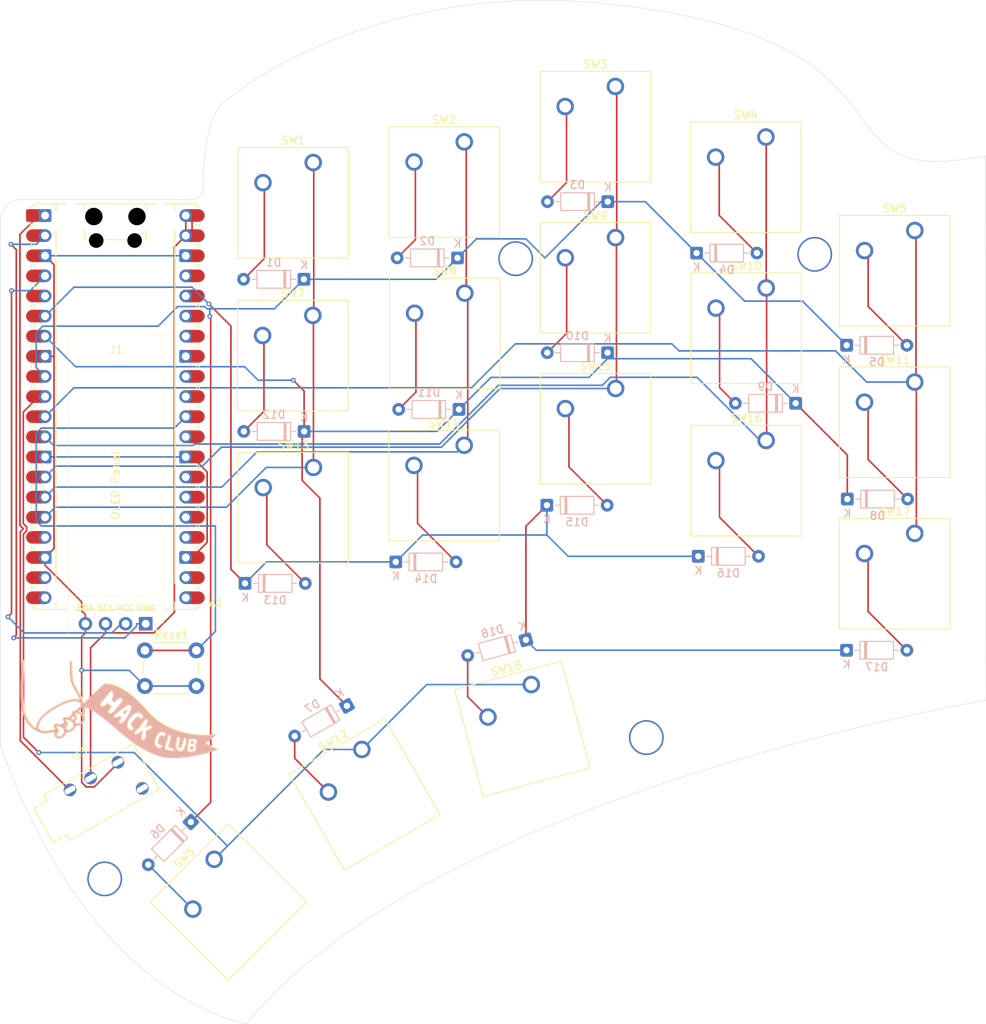
<source format=kicad_pcb>
(kicad_pcb (version 20241229) (generator "pcbnew") (generator_version "9.0")
  (layers (0 "F.Cu" signal) (2 "B.Cu" signal) (13 "F.Paste" user) (15 "B.Paste" user) (5 "F.SilkS" user "F.Silkscreen") (7 "B.SilkS" user "B.Silkscreen") (1 "F.Mask" user) (3 "B.Mask" user) (25 "Edge.Cuts" user))
  (net 0 "")
  (net 1 "unconnected-(A1-GPIO16-Pad21)")
  (net 2 "GND")
  (net 3 "L Jack")
  (net 4 "unconnected-(A1-GPIO21-Pad27)")
  (net 5 "unconnected-(A1-GPIO3-Pad5)")
  (net 6 "unconnected-(A1-3V3_EN-Pad37)")
  (net 7 "LRow 2")
  (net 8 "LRow 1")
  (net 9 "unconnected-(A1-AGND-Pad33)")
  (net 10 "unconnected-(A1-GPIO20-Pad26)")
  (net 11 "Reset")
  (net 12 "unconnected-(A1-GPIO18-Pad24)")
  (net 13 "+5V")
  (net 14 "LCol 3")
  (net 15 "unconnected-(A1-GPIO13-Pad17)")
  (net 16 "LCol 4")
  (net 17 "LRow 0")
  (net 18 "unconnected-(A1-3V3-Pad36)")
  (net 19 "unconnected-(A1-ADC_VREF-Pad35)")
  (net 20 "unconnected-(A1-GPIO19-Pad25)")
  (net 21 "unconnected-(A1-GPIO22-Pad29)")
  (net 22 "LCol 5")
  (net 23 "L SDA")
  (net 24 "unconnected-(A1-GPIO28_ADC2-Pad34)")
  (net 25 "L SCL")
  (net 26 "unconnected-(A1-GPIO15-Pad20)")
  (net 27 "LCol 0")
  (net 28 "unconnected-(A1-GPIO14-Pad19)")
  (net 29 "LCol 2")
  (net 30 "unconnected-(A1-GPIO26_ADC0-Pad31)")
  (net 31 "unconnected-(A1-GPIO17-Pad22)")
  (net 32 "unconnected-(A1-GPIO27_ADC1-Pad32)")
  (net 33 "LCol 1")
  (net 34 "Net-(D1-A)")
  (net 35 "Net-(D2-A)")
  (net 36 "Net-(D3-A)")
  (net 37 "Net-(D4-A)")
  (net 38 "Net-(D5-A)")
  (net 39 "Net-(D6-A)")
  (net 40 "Net-(D7-A)")
  (net 41 "Net-(D8-A)")
  (net 42 "Net-(D9-A)")
  (net 43 "Net-(D10-A)")
  (net 44 "Net-(D11-A)")
  (net 45 "Net-(D12-A)")
  (net 46 "Net-(D13-A)")
  (net 47 "Net-(D14-A)")
  (net 48 "Net-(D15-A)")
  (net 49 "Net-(D16-A)")
  (net 50 "Net-(D17-A)")
  (net 51 "Net-(D18-A)")
  (footprint "Library:Cherry MX 1u" (layer "F.Cu") (at 479.12 293.22)
    (property "Reference" "SW13")
    (property "Value" "SW_Push_45deg")
  )
  (footprint "Library:Cherry MX 1u" (layer "F.Cu") (at 479.04 274.02)
    (property "Reference" "SW7")
    (property "Value" "SW_Push_45deg")
  )
  (footprint "Library:Cherry MX 1u" (layer "F.Cu") (at 536.3 251.5)
    (property "Reference" "SW4")
    (property "Value" "SW_Push_45deg")
  )
  (footprint "Library:Cherry MX 1u" (layer "F.Cu") (at 555.11 301.55)
    (property "Reference" "SW17")
    (property "Value" "SW_Push_45deg")
  )
  (footprint "Library:Cherry MX 1u" (layer "F.Cu") (at 517.3 264.2)
    (property "Reference" "SW9")
    (property "Value" "SW_Push_45deg")
  )
  (footprint "Library:hackclub" (layer "F.Cu") (at 454.57 324.63)
    (property "Reference" "  ")
    (property "Value" "LOGO" (hide yes))
  )
  (footprint "RP_pico:PJ-320A" (layer "F.Cu") (at 443.8935 336.5147 30)
    (property "Reference" "U3")
    (property "Value" "PJ-320A")
  )
  (footprint "Library:Cherry MX 1u" (layer "F.Cu") (at 517.28 245.11)
    (property "Reference" "SW3")
    (property "Value" "SW_Push_45deg")
  )
  (footprint "" (layer "F.Cu") (at 521.19 327.33)
    (property "Reference" "")
    (property "Value" "  ")
  )
  (footprint "Library:Cherry MX 1u" (layer "F.Cu") (at 517.31 283.25)
    (property "Reference" "SW15")
    (property "Value" "SW_Push_45deg")
  )
  (footprint "" (layer "F.Cu") (at 542.47 266.31)
    (property "Reference" "")
    (property "Value" "")
  )
  (footprint "Library:Cherry MX 1u" (layer "F.Cu") (at 498.17 290.42)
    (property "Reference" "SW14")
    (property "Value" "SW_Push_45deg")
  )
  (footprint "Library:Cherry MX 1u" (layer "F.Cu") (at 466.574 342.7019 45)
    (property "Reference" "SW6")
    (property "Value" "SW_Push_45deg")
  )
  (footprint "Button_Switch_THT:SW_PUSH_6mm_H5mm" (layer "F.Cu") (at 457.82 316.32)
    (property "Reference" "Reset")
    (property "Value" "Reset")
  )
  (footprint "Library:Cherry MX 1u" (layer "F.Cu") (at 498.18 252.11)
    (property "Reference" "SW2")
    (property "Value" "Key")
  )
  (footprint "Library:Cherry MX 1u" (layer "F.Cu") (at 555.11 282.44)
    (property "Reference" "SW11")
    (property "Value" "SW_Push_45deg")
  )
  (footprint "Library:RaspberryPi_Pico_Common_Unspecified" (layer "F.Cu") (at 454.09 285.54)
    (property "Reference" "A1")
    (property "Value" "RaspberryPi_Pico")
  )
  (footprint "Library:Cherry MX 1u" (layer "F.Cu") (at 479.09 254.72)
    (property "Reference" "SW1")
    (property "Value" "Key")
  )
  (footprint "" (layer "F.Cu") (at 504.68 266.86)
    (property "Reference" "")
    (property "Value" "")
  )
  (footprint "Library:Cherry MX 1u" (layer "F.Cu") (at 555.12 263.3)
    (property "Reference" "SW5")
    (property "Value" "SW_Push_45deg")
  )
  (footprint "oled:SSD1306-0.91-OLED-4pin-128x32" (layer "F.Cu") (at 460.11 276.46 -90)
    (property "Reference" "J1")
    (property "Value" "Oled Screen 0.91 inch")
  )
  (footprint "Library:Cherry MX 1u" (layer "F.Cu") (at 506.6487 320.6357 15)
    (property "Reference" "SW18")
    (property "Value" "SW_Push_45deg")
  )
  (footprint "Library:Cherry MX 1u" (layer "F.Cu") (at 536.34 270.56)
    (property "Reference" "SW10")
    (property "Value" "SW_Push_45deg")
  )
  (footprint "Library:Cherry MX 1u" (layer "F.Cu") (at 498.25 271.21)
    (property "Reference" "SW8")
    (property "Value" "SW_Push_45deg")
  )
  (footprint "Library:Cherry MX 1u" (layer "F.Cu") (at 536.33 289.81)
    (property "Reference" "SW16")
    (property "Value" "SW_Push_45deg")
  )
  (footprint "" (layer "F.Cu") (at 452.74 345.17)
    (property "Reference" "")
    (property "Value" "")
  )
  (footprint "Library:Cherry MX 1u" (layer "F.Cu") (at 485.2397 328.8306 30)
    (property "Reference" "SW12")
    (property "Value" "SW_Push_45deg")
  )
  (footprint "Diode_THT:D_DO-35_SOD27_P7.62mm_Horizontal" (layer "B.Cu") (at 497.51 285.89 180)
    (property "Reference" "D11")
    (property "Value" "1N4148")
  )
  (footprint "Diode_THT:D_DO-35_SOD27_P7.62mm_Horizontal" (layer "B.Cu") (at 516.29 278.73 180)
    (property "Reference" "D10")
    (property "Value" "1N4148")
  )
  (footprint "Library:hackclub" (layer "B.Cu") (at 454.89 324.71 180)
    (property "Reference" "  ")
    (property "Value" "LOGO" (hide yes))
  )
  (footprint "Diode_THT:D_DO-35_SOD27_P7.62mm_Horizontal" (layer "B.Cu") (at 527.75 304.44)
    (property "Reference" "D16")
    (property "Value" "1N4148")
  )
  (footprint "Diode_THT:D_DO-35_SOD27_P7.62mm_Horizontal" (layer "B.Cu") (at 527.54 266.15)
    (property "Reference" "D4")
    (property "Value" "1N4148")
  )
  (footprint "Diode_THT:D_DO-35_SOD27_P7.62mm_Horizontal" (layer "B.Cu") (at 546.59 297.21)
    (property "Reference" "D8")
    (property "Value" "1N4148")
  )
  (footprint "Diode_THT:D_DO-35_SOD27_P7.62mm_Horizontal" (layer "B.Cu") (at 508.62 297.99)
    (property "Reference" "D15")
    (property "Value" "1N4148")
  )
  (footprint "Diode_THT:D_DO-35_SOD27_P7.62mm_Horizontal" (layer "B.Cu") (at 489.52 305.15)
    (property "Reference" "D14")
    (property "Value" "1N4148")
  )
  (footprint "Diode_THT:D_DO-35_SOD27_P7.62mm_Horizontal" (layer "B.Cu") (at 463.63 337.99 -135)
    (property "Reference" "D6")
    (property "Value" "1N4148")
  )
  (footprint "Diode_THT:D_DO-35_SOD27_P7.62mm_Horizontal" (layer "B.Cu") (at 540.06 285.12 180)
    (property "Reference" "D9")
    (property "Value" "1N4148")
  )
  (footprint "Diode_THT:D_DO-35_SOD27_P7.62mm_Horizontal" (layer "B.Cu") (at 546.5 277.79)
    (property "Reference" "D5")
    (property "Value" "1N4148")
  )
  (footprint "Diode_THT:D_DO-35_SOD27_P7.62mm_Horizontal" (layer "B.Cu") (at 483.3491 323.33 -150)
    (property "Reference" "D7")
    (property "Value" "1N4148")
  )
  (footprint "Diode_THT:D_DO-35_SOD27_P7.62mm_Horizontal" (layer "B.Cu") (at 477.91 269.46 180)
    (property "Reference" "D1")
    (property "Value" "1N4148")
  )
  (footprint "Diode_THT:D_DO-35_SOD27_P7.62mm_Horizontal" (layer "B.Cu") (at 546.49 316.3)
    (property "Reference" "D17")
    (property "Value" "1N4148")
  )
  (footprint "Diode_THT:D_DO-35_SOD27_P7.62mm_Horizontal" (layer "B.Cu") (at 505.9702 314.9939 -165)
    (property "Reference" "D18")
    (property "Value" "1N4148")
  )
  (footprint "Diode_THT:D_DO-35_SOD27_P7.62mm_Horizontal" (layer "B.Cu") (at 516.31 259.66 180)
    (property "Reference" "D3")
    (property "Value" "1N4148")
  )
  (footprint "Diode_THT:D_DO-35_SOD27_P7.62mm_Horizontal" (layer "B.Cu") (at 470.47 307.86)
    (property "Reference" "D13")
    (property "Value" "1N4148")
  )
  (footprint "Diode_THT:D_DO-35_SOD27_P7.62mm_Horizontal" (layer "B.Cu") (at 477.94 288.67 180)
    (property "Reference" "D12")
    (property "Value" "1N4148")
  )
  (footprint "Diode_THT:D_DO-35_SOD27_P7.62mm_Horizontal" (layer "B.Cu") (at 497.32 266.76 180)
    (property "Reference" "D2")
    (property "Value" "1N4148")
  )
  (gr_curve (pts (xy 439.53 328.25) (xy 451.03 360.74) (xy 470.68 363.46) (xy 470.68 363.46)) (stroke (width 0.05)) (layer "Edge.Cuts"))
  (gr_line (start 463.74 259.4) (end 442.25 259.37) (stroke (width 0.05)) (layer "Edge.Cuts"))
  (gr_curve (pts (xy 467.58 247.33) (xy 475.86 240.24) (xy 493.32 232.92) (xy 513.27 234.42)) (stroke (width 0.05)) (layer "Edge.Cuts"))
  (gr_arc (start 465.2 257.94) (mid 464.772376 258.972376) (end 463.74 259.4) (stroke (width 0.05)) (layer "Edge.Cuts"))
  (gr_curve (pts (xy 467.5 247.42) (xy 467.58 247.33) (xy 467.58 247.33) (xy 467.58 247.33)) (stroke (width 0.05)) (layer "Edge.Cuts"))
  (gr_curve (pts (xy 465.2 257.94) (xy 465.2 249.25) (xy 467.42 247.51) (xy 467.5 247.42)) (stroke (width 0.05)) (layer "Edge.Cuts"))
  (gr_curve (pts (xy 470.68 363.46) (xy 494.16 334.48) (xy 564.11 322.61) (xy 564.11 322.61)) (stroke (width 0.05)) (layer "Edge.Cuts"))
  (gr_arc (start 439.56 262.06) (mid 440.347883 260.157883) (end 442.25 259.37) (stroke (width 0.05)) (layer "Edge.Cuts"))
  (gr_curve (pts (xy 513.27 234.42) (xy 559.22 238.14) (xy 540.43 258.62) (xy 564.02 253.87)) (stroke (width 0.05)) (layer "Edge.Cuts"))
  (gr_line (start 564.02 253.87) (end 564.11 322.61) (stroke (width 0.05)) (layer "Edge.Cuts"))
  (gr_line (start 439.56 262.06) (end 439.53 328.25) (stroke (width 0.05)) (layer "Edge.Cuts"))
  (segment (start 463.78 309.67) (end 462.98 309.67) (width 0.2) (layer "F.Cu") (net 1))
  (segment (start 446.3298 303.4602) (end 446.3298 291.89) (width 0.2) (layer "F.Cu") (net 2))
  (segment (start 445.2 266.49) (end 444.4 266.49) (width 0.2) (layer "F.Cu") (net 2))
  (segment (start 449.8229 318.84) (end 449.8229 314.5888) (width 0.2) (layer "F.Cu") (net 2))
  (segment (start 465.6864 302.6836) (end 463.78 304.59) (width 0.2) (layer "F.Cu") (net 2))
  (segment (start 449.8229 314.5888) (end 450.3 314.1117) (width 0.2) (layer "F.Cu") (net 2))
  (segment (start 451.4142 333.557) (end 450.3927 333.557) (width 0.2) (layer "F.Cu") (net 2))
  (segment (start 444.4 304.59) (end 445.2 304.59) (width 0.2) (layer "F.Cu") (net 2))
  (segment (start 446.3298 279.19) (end 446.3298 267.6198) (width 0.2) (layer "F.Cu") (net 2))
  (segment (start 462.98 304.59) (end 463.78 304.59) (width 0.2) (layer "F.Cu") (net 2))
  (segment (start 446.3298 291.89) (end 446.3298 279.19) (width 0.2) (layer "F.Cu") (net 2))
  (segment (start 449.8226 311.3309) (end 449.8226 310.1945) (width 0.2) (layer "F.Cu") (net 2))
  (segment (start 462.98 291.89) (end 463.78 291.89) (width 0.2) (layer "F.Cu") (net 2))
  (segment (start 449.8229 332.9872) (end 449.8229 318.84) (width 0.2) (layer "F.Cu") (net 2))
  (segment (start 454.4157 330.5555) (end 451.4142 333.557) (width 0.2) (layer "F.Cu") (net 2))
  (segment (start 446.3298 291.89) (end 445.2 291.89) (width 0.2) (layer "F.Cu") (net 2))
  (segment (start 463.78 291.89) (end 465.6864 293.7964) (width 0.2) (layer "F.Cu") (net 2))
  (segment (start 450.3927 333.557) (end 449.8229 332.9872) (width 0.2) (layer "F.Cu") (net 2))
  (segment (start 445.2 305.5719) (end 445.2 304.59) (width 0.2) (layer "F.Cu") (net 2))
  (segment (start 445.2 279.19) (end 444.4 279.19) (width 0.2) (layer "F.Cu") (net 2))
  (segment (start 444.4 291.89) (end 445.2 291.89) (width 0.2) (layer "F.Cu") (net 2))
  (segment (start 454.4157 330.4397) (end 454.4157 330.5555) (width 0.2) (layer "F.Cu") (net 2))
  (segment (start 446.3298 279.19) (end 445.2 279.19) (width 0.2) (layer "F.Cu") (net 2))
  (segment (start 465.6864 293.7964) (end 465.6864 302.6836) (width 0.2) (layer "F.Cu") (net 2))
  (segment (start 462.98 266.49) (end 463.78 266.49) (width 0.2) (layer "F.Cu") (net 2))
  (segment (start 449.8226 310.1945) (end 445.2 305.5719) (width 0.2) (layer "F.Cu") (net 2))
  (segment (start 450.3 311.8083) (end 449.8226 311.3309) (width 0.2) (layer "F.Cu") (net 2))
  (segment (start 446.3298 267.6198) (end 445.2 266.49) (width 0.2) (layer "F.Cu") (net 2))
  (segment (start 445.2 304.59) (end 446.3298 303.4602) (width 0.2) (layer "F.Cu") (net 2))
  (segment (start 450.3 312.96) (end 450.3 314.1117) (width 0.2) (layer "F.Cu") (net 2))
  (segment (start 450.3 312.96) (end 450.3 311.8083) (width 0.2) (layer "F.Cu") (net 2))
  (via (at 449.8229 318.84) (size 0.6) (drill 0.3) (layers "F.Cu" "B.Cu") (net 2))
  (segment (start 455.84 318.84) (end 449.8229 318.84) (width 0.2) (layer "B.Cu") (net 2))
  (segment (start 457.82 320.82) (end 464.32 320.82) (width 0.2) (layer "B.Cu") (net 2))
  (segment (start 445.2 266.49) (end 462.98 266.49) (width 0.2) (layer "B.Cu") (net 2))
  (segment (start 445.2 291.89) (end 462.98 291.89) (width 0.2) (layer "B.Cu") (net 2))
  (segment (start 457.82 320.82) (end 455.84 318.84) (width 0.2) (layer "B.Cu") (net 2))
  (segment (start 442.0704 327.7276) (end 448.2825 333.9397) (width 0.2) (layer "F.Cu") (net 3))
  (segment (start 442.0218 300.5309) (end 442.3058 300.8149) (width 0.2) (layer "F.Cu") (net 3))
  (segment (start 444.4 261.41) (end 442.0218 263.7882) (width 0.2) (layer "F.Cu") (net 3))
  (segment (start 448.2825 333.9397) (end 448.3535 333.9397) (width 0.2) (layer "F.Cu") (net 3))
  (segment (start 442.0704 301.3369) (end 442.0704 327.7276) (width 0.2) (layer "F.Cu") (net 3))
  (segment (start 442.3058 300.8149) (end 442.4491 300.9582) (width 0.2) (layer "F.Cu") (net 3))
  (segment (start 445.2 261.41) (end 444.4 261.41) (width 0.2) (layer "F.Cu") (net 3))
  (segment (start 442.4491 300.9582) (end 442.0704 301.3369) (width 0.2) (layer "F.Cu") (net 3))
  (segment (start 442.3058 300.8149) (end 442.4491 300.9582) (width 0.2) (layer "F.Cu") (net 3))
  (segment (start 442.0218 263.7882) (end 442.0218 300.5309) (width 0.2) (layer "F.Cu") (net 3))
  (segment (start 462.98 294.43) (end 463.78 294.43) (width 0.2) (layer "F.Cu") (net 4))
  (segment (start 445.2 271.57) (end 444.4 271.57) (width 0.2) (layer "F.Cu") (net 5))
  (segment (start 462.98 269.03) (end 463.78 269.03) (width 0.2) (layer "F.Cu") (net 6))
  (segment (start 508.62 297.99) (end 505.9702 300.6398) (width 0.2) (layer "F.Cu") (net 7))
  (segment (start 468.6899 306.0799) (end 470.47 307.86) (width 0.2) (layer "F.Cu") (net 7))
  (segment (start 465.9037 272.5845) (end 468.6899 275.3707) (width 0.2) (layer "F.Cu") (net 7))
  (segment (start 444.4 274.11) (end 445.2 274.11) (width 0.2) (layer "F.Cu") (net 7))
  (segment (start 505.9702 300.6398) (end 505.9702 314.9939) (width 0.2) (layer "F.Cu") (net 7))
  (segment (start 468.6899 275.3707) (end 468.6899 306.0799) (width 0.2) (layer "F.Cu") (net 7))
  (via (at 465.9037 272.5845) (size 0.6) (drill 0.3) (layers "F.Cu" "B.Cu") (net 7))
  (segment (start 445.2 274.11) (end 448.8473 270.4627) (width 0.2) (layer "B.Cu") (net 7))
  (segment (start 508.62 301.75) (end 508.62 297.99) (width 0.2) (layer "B.Cu") (net 7))
  (segment (start 511.31 304.44) (end 508.62 301.75) (width 0.2) (layer "B.Cu") (net 7))
  (segment (start 507.2763 316.3) (end 505.9702 314.9939) (width 0.2) (layer "B.Cu") (net 7))
  (segment (start 489.52 305.15) (end 473.18 305.15) (width 0.2) (layer "B.Cu") (net 7))
  (segment (start 489.52 305.15) (end 492.92 301.75) (width 0.2) (layer "B.Cu") (net 7))
  (segment (start 546.49 316.3) (end 507.2763 316.3) (width 0.2) (layer "B.Cu") (net 7))
  (segment (start 448.8473 270.4627) (end 463.7819 270.4627) (width 0.2) (layer "B.Cu") (net 7))
  (segment (start 463.7819 270.4627) (end 465.9037 272.5845) (width 0.2) (layer "B.Cu") (net 7))
  (segment (start 473.18 305.15) (end 470.47 307.86) (width 0.2) (layer "B.Cu") (net 7))
  (segment (start 527.75 304.44) (end 511.31 304.44) (width 0.2) (layer "B.Cu") (net 7))
  (segment (start 492.92 301.75) (end 508.62 301.75) (width 0.2) (layer "B.Cu") (net 7))
  (segment (start 445.2 276.65) (end 444.4 276.65) (width 0.2) (layer "F.Cu") (net 8))
  (segment (start 479.9332 297.0927) (end 477.6888 294.8483) (width 0.2) (layer "F.Cu") (net 8))
  (segment (start 546.59 291.65) (end 540.06 285.12) (width 0.2) (layer "F.Cu") (net 8))
  (segment (start 477.6888 288.9212) (end 477.94 288.67) (width 0.2) (layer "F.Cu") (net 8))
  (segment (start 477.94 283.5789) (end 477.94 288.67) (width 0.2) (layer "F.Cu") (net 8))
  (segment (start 483.3491 323.33) (end 479.9332 319.9141) (width 0.2) (layer "F.Cu") (net 8))
  (segment (start 479.9332 319.9141) (end 479.9332 297.0927) (width 0.2) (layer "F.Cu") (net 8))
  (segment (start 476.5675 282.2064) (end 477.94 283.5789) (width 0.2) (layer "F.Cu") (net 8))
  (segment (start 546.59 297.21) (end 546.59 291.65) (width 0.2) (layer "F.Cu") (net 8))
  (segment (start 477.6888 294.8483) (end 477.6888 288.9212) (width 0.2) (layer "F.Cu") (net 8))
  (via (at 476.5675 282.2064) (size 0.6) (drill 0.3) (layers "F.Cu" "B.Cu") (net 8))
  (segment (start 472.1264 282.2064) (end 476.5675 282.2064) (width 0.2) (layer "B.Cu") (net 8))
  (segment (start 497.51 285.89) (end 494.73 288.67) (width 0.2) (layer "B.Cu") (net 8))
  (segment (start 534.4299 279.4899) (end 540.06 285.12) (width 0.2) (layer "B.Cu") (net 8))
  (segment (start 449.0502 280.5002) (end 470.4202 280.5002) (width 0.2) (layer "B.Cu") (net 8))
  (segment (start 494.73 288.67) (end 477.94 288.67) (width 0.2) (layer "B.Cu") (net 8))
  (segment (start 501.5502 281.8498) (end 497.51 285.89) (width 0.2) (layer "B.Cu") (net 8))
  (segment (start 513.9301 281.8498) (end 501.5502 281.8498) (width 0.2) (layer "B.Cu") (net 8))
  (segment (start 470.4202 280.5002) (end 472.1264 282.2064) (width 0.2) (layer "B.Cu") (net 8))
  (segment (start 445.2 276.65) (end 449.0502 280.5002) (width 0.2) (layer "B.Cu") (net 8))
  (segment (start 516.29 279.4899) (end 516.29 278.73) (width 0.2) (layer "B.Cu") (net 8))
  (segment (start 516.29 279.4899) (end 534.4299 279.4899) (width 0.2) (layer "B.Cu") (net 8))
  (segment (start 516.29 279.4899) (end 513.9301 281.8498) (width 0.2) (layer "B.Cu") (net 8))
  (segment (start 462.98 279.19) (end 463.78 279.19) (width 0.2) (layer "F.Cu") (net 9))
  (segment (start 463.78 296.97) (end 462.98 296.97) (width 0.2) (layer "F.Cu") (net 10))
  (segment (start 457.82 316.32) (end 464.32 316.32) (width 0.2) (layer "F.Cu") (net 11))
  (segment (start 463.78 286.81) (end 462.98 286.81) (width 0.2) (layer "F.Cu") (net 11))
  (segment (start 466.73 313.91) (end 466.73 300.611) (width 0.2) (layer "B.Cu") (net 11))
  (segment (start 444.094 288.89895) (end 444.74395 288.249) (width 0.2) (layer "B.Cu") (net 11))
  (segment (start 444.094 299.96105) (end 444.094 288.89895) (width 0.2) (layer "B.Cu") (net 11))
  (segment (start 444.74395 288.249) (end 461.541 288.249) (width 0.2) (layer "B.Cu") (net 11))
  (segment (start 464.32 316.32) (end 466.73 313.91) (width 0.2) (layer "B.Cu") (net 11))
  (segment (start 444.74395 300.611) (end 444.094 299.96105) (width 0.2) (layer "B.Cu") (net 11))
  (segment (start 461.541 288.249) (end 462.98 286.81) (width 0.2) (layer "B.Cu") (net 11))
  (segment (start 466.73 300.611) (end 444.74395 300.611) (width 0.2) (layer "B.Cu") (net 11))
  (segment (start 463.78 302.05) (end 462.98 302.05) (width 0.2) (layer "F.Cu") (net 12))
  (segment (start 458.9426 314.1117) (end 452.8415 314.1117) (width 0.2) (layer "F.Cu") (net 13))
  (segment (start 452.84 312.96) (end 452.84 314.11) (width 0.2) (layer "F.Cu") (net 13))
  (segment (start 462.98 263.95) (end 461.5402 265.3898) (width 0.2) (layer "F.Cu") (net 13))
  (segment (start 450.9516 332.4397) (end 450.9516 316.0001) (width 0.2) (layer "F.Cu") (net 13))
  (segment (start 452.8415 314.1117) (end 452.84 314.1102) (width 0.2) (layer "F.Cu") (net 13))
  (segment (start 461.5401 311.5142) (end 458.9426 314.1117) (width 0.2) (layer "F.Cu") (net 13))
  (segment (start 462.98 261.41) (end 463.78 261.41) (width 0.2) (layer "F.Cu") (net 13))
  (segment (start 450.9516 316.0001) (end 452.84 314.1117) (width 0.2) (layer "F.Cu") (net 13))
  (segment (start 452.84 314.11) (end 452.84 314.1102) (width 0.2) (layer "F.Cu") (net 13))
  (segment (start 461.5401 265.3898) (end 461.5401 311.5142) (width 0.2) (layer "F.Cu") (net 13))
  (segment (start 461.5402 265.3898) (end 461.5401 265.3898) (width 0.2) (layer "F.Cu") (net 13))
  (segment (start 452.84 314.1102) (end 452.84 314.1117) (width 0.2) (layer "F.Cu") (net 13))
  (segment (start 462.98 263.95) (end 462.98 261.41) (width 0.2) (layer "F.Cu") (net 13))
  (segment (start 463.78 263.95) (end 463.78 261.41) (width 0.2) (layer "F.Cu") (net 13))
  (segment (start 536.34 270.56) (end 536.3908 270.6108) (width 0.2) (layer "F.Cu") (net 14))
  (segment (start 536.3908 270.6108) (end 536.3908 289.7492) (width 0.2) (layer "F.Cu") (net 14))
  (segment (start 536.34 270.56) (end 536.34 251.54) (width 0.2) (layer "F.Cu") (net 14))
  (segment (start 536.34 251.54) (end 536.3 251.5) (width 0.2) (layer "F.Cu") (net 14))
  (segment (start 536.3908 289.7492) (end 536.33 289.81) (width 0.2) (layer "F.Cu") (net 14))
  (segment (start 444.4 289.35) (end 445.2 289.35) (width 0.2) (layer "F.Cu") (net 14))
  (segment (start 516.6445 281.8386) (end 527.6006 281.8386) (width 0.2) (layer "B.Cu") (net 14))
  (segment (start 527.6006 281.8386) (end 535.572 289.81) (width 0.2) (layer "B.Cu") (net 14))
  (segment (start 446.3017 290.4517) (end 463.889 290.4517) (width 0.2) (layer "B.Cu") (net 14))
  (segment (start 495.07 290.2605) (end 502.4807 282.8498) (width 0.2) (layer "B.Cu") (net 14))
  (segment (start 515.6333 282.8498) (end 516.6445 281.8386) (width 0.2) (layer "B.Cu") (net 14))
  (segment (start 445.2 289.35) (end 446.3017 290.4517) (width 0.2) (layer "B.Cu") (net 14))
  (segment (start 535.572 289.81) (end 536.33 289.81) (width 0.2) (layer "B.Cu") (net 14))
  (segment (start 464.0802 290.2605) (end 495.07 290.2605) (width 0.2) (layer "B.Cu") (net 14))
  (segment (start 463.889 290.4517) (end 464.0802 290.2605) (width 0.2) (layer "B.Cu") (net 14))
  (segment (start 502.4807 282.8498) (end 515.6333 282.8498) (width 0.2) (layer "B.Cu") (net 14))
  (segment (start 445.2 302.05) (end 444.4 302.05) (width 0.2) (layer "F.Cu") (net 15))
  (segment (start 445.2 286.81) (end 444.4 286.81) (width 0.2) (layer "F.Cu") (net 16))
  (segment (start 555.3133 282.6433) (end 555.3133 301.3467) (width 0.2) (layer "F.Cu") (net 16))
  (segment (start 555.12 263.3) (end 555.2725 263.4525) (width 0.2) (layer "F.Cu") (net 16))
  (segment (start 555.2725 263.4525) (end 555.2725 282.2775) (width 0.2) (layer "F.Cu") (net 16))
  (segment (start 555.3133 301.3467) (end 555.11 301.55) (width 0.2) (layer "F.Cu") (net 16))
  (segment (start 555.11 282.44) (end 555.3133 282.6433) (width 0.2) (layer "F.Cu") (net 16))
  (segment (start 555.2725 282.2775) (end 555.11 282.44) (width 0.2) (layer "F.Cu") (net 16))
  (segment (start 525.3114 278.4984) (end 545.0903 278.4984) (width 0.2) (layer "B.Cu") (net 16))
  (segment (start 504.6369 277.6141) (end 524.4271 277.6141) (width 0.2) (layer "B.Cu") (net 16))
  (segment (start 448.8472 283.1628) (end 499.0882 283.1628) (width 0.2) (layer "B.Cu") (net 16))
  (segment (start 549.0319 282.44) (end 555.11 282.44) (width 0.2) (layer "B.Cu") (net 16))
  (segment (start 445.2 286.81) (end 448.8472 283.1628) (width 0.2) (layer "B.Cu") (net 16))
  (segment (start 499.0882 283.1628) (end 504.6369 277.6141) (width 0.2) (layer "B.Cu") (net 16))
  (segment (start 524.4271 277.6141) (end 525.3114 278.4984) (width 0.2) (layer "B.Cu") (net 16))
  (segment (start 545.0903 278.4984) (end 549.0319 282.44) (width 0.2) (layer "B.Cu") (net 16))
  (segment (start 444.4 281.73) (end 445.2 281.73) (width 0.2) (layer "F.Cu") (net 17))
  (segment (start 466.1267 335.4933) (end 463.63 337.99) (width 0.2) (layer "F.Cu") (net 17))
  (segment (start 466.1267 274.2596) (end 466.1267 335.4933) (width 0.2) (layer "F.Cu") (net 17))
  (segment (start 466.0157 274.1486) (end 466.1267 274.2596) (width 0.2) (layer "F.Cu") (net 17))
  (via (at 466.0157 274.1486) (size 0.6) (drill 0.3) (layers "F.Cu" "B.Cu") (net 17))
  (segment (start 459.4904 275.38) (end 461.9655 272.9049) (width 0.2) (layer "B.Cu") (net 17))
  (segment (start 444.0892 280.6192) (end 444.0892 276.1966) (width 0.2) (layer "B.Cu") (net 17))
  (segment (start 445.2 281.73) (end 444.0892 280.6192) (width 0.2) (layer "B.Cu") (net 17))
  (segment (start 474.1838 273.1862) (end 477.91 269.46) (width 0.2) (layer "B.Cu") (net 17))
  (segment (start 494.62 269.46) (end 497.32 266.76) (width 0.2) (layer "B.Cu") (net 17))
  (segment (start 508.37 266.76) (end 505.969 264.359) (width 0.2) (layer "B.Cu") (net 17))
  (segment (start 466.0157 273.1862) (end 474.1838 273.1862) (width 0.2) (layer "B.Cu") (net 17))
  (segment (start 444.0892 276.1966) (end 444.9058 275.38) (width 0.2) (layer "B.Cu") (net 17))
  (segment (start 465.6546 273.1862) (end 466.0157 273.1862) (width 0.2) (layer "B.Cu") (net 17))
  (segment (start 444.9058 275.38) (end 459.4904 275.38) (width 0.2) (layer "B.Cu") (net 17))
  (segment (start 461.9655 272.9049) (end 465.3733 272.9049) (width 0.2) (layer "B.Cu") (net 17))
  (segment (start 508.37 266.76) (end 515.47 259.66) (width 0.2) (layer "B.Cu") (net 17))
  (segment (start 515.47 259.66) (end 516.31 259.66) (width 0.2) (layer "B.Cu") (net 17))
  (segment (start 499.721 264.359) (end 497.32 266.76) (width 0.2) (layer "B.Cu") (net 17))
  (segment (start 540.9294 272.2194) (end 533.6094 272.2194) (width 0.2) (layer "B.Cu") (net 17))
  (segment (start 465.3733 272.9049) (end 465.6546 273.1862) (width 0.2) (layer "B.Cu") (net 17))
  (segment (start 546.5 277.79) (end 540.9294 272.2194) (width 0.2) (layer "B.Cu") (net 17))
  (segment (start 466.0157 273.1862) (end 466.0157 274.1486) (width 0.2) (layer "B.Cu") (net 17))
  (segment (start 477.91 269.46) (end 494.62 269.46) (width 0.2) (layer "B.Cu") (net 17))
  (segment (start 505.969 264.359) (end 499.721 264.359) (width 0.2) (layer "B.Cu") (net 17))
  (segment (start 521.05 259.66) (end 516.31 259.66) (width 0.2) (layer "B.Cu") (net 17))
  (segment (start 533.6094 272.2194) (end 527.54 266.15) (width 0.2) (layer "B.Cu") (net 17))
  (segment (start 527.54 266.15) (end 521.05 259.66) (width 0.2) (layer "B.Cu") (net 17))
  (segment (start 462.98 271.57) (end 463.78 271.57) (width 0.2) (layer "F.Cu") (net 18))
  (segment (start 462.98 274.11) (end 463.78 274.11) (width 0.2) (layer "F.Cu") (net 19))
  (segment (start 463.78 299.51) (end 462.98 299.51) (width 0.2) (layer "F.Cu") (net 20))
  (segment (start 462.98 289.35) (end 463.78 289.35) (width 0.2) (layer "F.Cu") (net 21))
  (segment (start 442.4721 301.6227) (end 442.8723 301.2225) (width 0.2) (layer "F.Cu") (net 22))
  (segment (start 442.4559 300.3208) (end 442.4559 286.2141) (width 0.2) (layer "F.Cu") (net 22))
  (segment (start 444.4126 329.2178) (end 442.4721 327.2773) (width 0.2) (layer "F.Cu") (net 22))
  (segment (start 442.4559 286.2141) (end 444.4 284.27) (width 0.2) (layer "F.Cu") (net 22))
  (segment (start 445.2 284.27) (end 444.4 284.27) (width 0.2) (layer "F.Cu") (net 22))
  (segment (start 442.4721 327.2773) (end 442.4721 301.6227) (width 0.2) (layer "F.Cu") (net 22))
  (segment (start 442.8723 301.2225) (end 442.8723 300.7372) (width 0.2) (layer "F.Cu") (net 22))
  (segment (start 442.8723 300.7372) (end 442.4559 300.3208) (width 0.2) (layer "F.Cu") (net 22))
  (via (at 444.4126 329.2178) (size 0.6) (drill 0.3) (layers "F.Cu" "B.Cu") (net 22))
  (segment (start 480.4453 328.8306) (end 468.2555 341.0204) (width 0.2) (layer "B.Cu") (net 22))
  (segment (start 506.6487 320.6357) (end 493.4346 320.6357) (width 0.2) (layer "B.Cu") (net 22))
  (segment (start 456.4529 329.2178) (end 444.4126 329.2178) (width 0.2) (layer "B.Cu") (net 22))
  (segment (start 468.2555 341.0204) (end 466.574 342.7019) (width 0.2) (layer "B.Cu") (net 22))
  (segment (start 485.2397 328.8306) (end 480.4453 328.8306) (width 0.2) (layer "B.Cu") (net 22))
  (segment (start 493.4346 320.6357) (end 485.2397 328.8306) (width 0.2) (layer "B.Cu") (net 22))
  (segment (start 468.2555 341.0204) (end 456.4529 329.2178) (width 0.2) (layer "B.Cu") (net 22))
  (segment (start 445.2 263.95) (end 444.4 263.95) (width 0.2) (layer "F.Cu") (net 23))
  (segment (start 440.8872 265.0424) (end 441.567 265.7222) (width 0.2) (layer "F.Cu") (net 23))
  (segment (start 441.567 265.7222) (end 441.567 314.4008) (width 0.2) (layer "F.Cu") (net 23))
  (segment (start 441.567 314.4008) (end 441.2251 314.7427) (width 0.2) (layer "F.Cu") (net 23))
  (via (at 441.2251 314.7427) (size 0.6) (drill 0.3) (layers "F.Cu" "B.Cu") (net 23))
  (via (at 440.8872 265.0424) (size 0.6) (drill 0.3) (layers "F.Cu" "B.Cu") (net 23))
  (segment (start 444.1076 265.0424) (end 440.8872 265.0424) (width 0.2) (layer "B.Cu") (net 23))
  (segment (start 445.2 263.95) (end 444.1076 265.0424) (width 0.2) (layer "B.Cu") (net 23))
  (segment (start 456.7683 313.2479) (end 456.7683 312.96) (width 0.2) (layer "B.Cu") (net 23))
  (segment (start 441.2251 314.7427) (end 455.2735 314.7427) (width 0.2) (layer "B.Cu") (net 23))
  (segment (start 455.2735 314.7427) (end 456.7683 313.2479) (width 0.2) (layer "B.Cu") (net 23))
  (segment (start 457.92 312.96) (end 456.7683 312.96) (width 0.2) (layer "B.Cu") (net 23))
  (segment (start 462.98 276.65) (end 463.78 276.65) (width 0.2) (layer "F.Cu") (net 24))
  (segment (start 440.5072 312.0785) (end 440.9597 311.626) (width 0.2) (layer "F.Cu") (net 25))
  (segment (start 445.2 269.03) (end 444.4 269.03) (width 0.2) (layer "F.Cu") (net 25))
  (segment (start 440.9597 311.626) (end 440.9597 270.8933) (width 0.2) (layer "F.Cu") (net 25))
  (via (at 440.9597 270.8933) (size 0.6) (drill 0.3) (layers "F.Cu" "B.Cu") (net 25))
  (via (at 440.5072 312.0785) (size 0.6) (drill 0.3) (layers "F.Cu" "B.Cu") (net 25))
  (segment (start 443.3367 270.8933) (end 440.9597 270.8933) (width 0.2) (layer "B.Cu") (net 25))
  (segment (start 455.38 312.96) (end 454.8042 312.96) (width 0.2) (layer "B.Cu") (net 25))
  (segment (start 454.8042 312.96) (end 453.6479 314.1163) (width 0.2) (layer "B.Cu") (net 25))
  (segment (start 442.545 314.1163) (end 440.5072 312.0785) (width 0.2) (layer "B.Cu") (net 25))
  (segment (start 453.6479 314.1163) (end 442.545 314.1163) (width 0.2) (layer "B.Cu") (net 25))
  (segment (start 445.2 269.03) (end 443.3367 270.8933) (width 0.2) (layer "B.Cu") (net 25))
  (segment (start 444.4 309.67) (end 445.2 309.67) (width 0.2) (layer "F.Cu") (net 26))
  (segment (start 479.1574 273.9026) (end 479.1574 254.7874) (width 0.2) (layer "F.Cu") (net 27))
  (segment (start 444.4 299.51) (end 445.2 299.51) (width 0.2) (layer "F.Cu") (net 27))
  (segment (start 479.04 274.02) (end 479.1574 273.9026) (width 0.2) (layer "F.Cu") (net 27))
  (segment (start 479.1574 254.7874) (end 479.09 254.72) (width 0.2) (layer "F.Cu") (net 27))
  (segment (start 479.12 274.1) (end 479.04 274.02) (width 0.2) (layer "F.Cu") (net 27))
  (segment (start 479.12 293.22) (end 479.12 274.1) (width 0.2) (layer "F.Cu") (net 27))
  (segment (start 479.12 293.22) (end 473.15 293.22) (width 0.2) (layer "B.Cu") (net 27))
  (segment (start 473.15 293.22) (end 468.13 298.24) (width 0.2) (layer "B.Cu") (net 27))
  (segment (start 468.13 298.24) (end 446.47 298.24) (width 0.2) (layer "B.Cu") (net 27))
  (segment (start 446.47 298.24) (end 445.2 299.51) (width 0.2) (layer "B.Cu") (net 27))
  (segment (start 444.4 307.13) (end 445.2 307.13) (width 0.2) (layer "F.Cu") (net 28))
  (segment (start 445.2 294.43) (end 444.4 294.43) (width 0.2) (layer "F.Cu") (net 29))
  (segment (start 517.3 264.2) (end 517.4474 264.0526) (width 0.2) (layer "F.Cu") (net 29))
  (segment (start 517.3 264.2) (end 517.4104 264.3104) (width 0.2) (layer "F.Cu") (net 29))
  (segment (start 517.4104 283.1496) (end 517.31 283.25) (width 0.2) (layer "F.Cu") (net 29))
  (segment (start 517.4474 264.0526) (end 517.4474 245.2774) (width 0.2) (layer "F.Cu") (net 29))
  (segment (start 517.4104 264.3104) (end 517.4104 283.1496) (width 0.2) (layer "F.Cu") (net 29))
  (segment (start 517.4474 245.2774) (end 517.28 245.11) (width 0.2) (layer "F.Cu") (net 29))
  (segment (start 445.2 294.43) (end 446.5805 293.0495) (width 0.2) (layer "B.Cu") (net 29))
  (segment (start 502.6984 283.2515) (end 517.3085 283.2515) (width 0.2) (layer "B.Cu") (net 29))
  (segment (start 465.092 293.0495) (end 467.4793 290.6622) (width 0.2) (layer "B.Cu") (net 29))
  (segment (start 517.3085 283.2515) (end 517.31 283.25) (width 0.2) (layer "B.Cu") (net 29))
  (segment (start 495.2877 290.6622) (end 502.6984 283.2515) (width 0.2) (layer "B.Cu") (net 29))
  (segment (start 446.5805 293.0495) (end 465.092 293.0495) (width 0.2) (layer "B.Cu") (net 29))
  (segment (start 467.4793 290.6622) (end 495.2877 290.6622) (width 0.2) (layer "B.Cu") (net 29))
  (segment (start 462.98 284.27) (end 463.78 284.27) (width 0.2) (layer "F.Cu") (net 30))
  (segment (start 462.98 307.13) (end 463.78 307.13) (width 0.2) (layer "F.Cu") (net 31))
  (segment (start 462.98 281.73) (end 463.78 281.73) (width 0.2) (layer "F.Cu") (net 32))
  (segment (start 498.4332 271.21) (end 498.6164 271.3932) (width 0.2) (layer "F.Cu") (net 33))
  (segment (start 498.6164 289.9736) (end 498.17 290.42) (width 0.2) (layer "F.Cu") (net 33))
  (segment (start 498.4332 252.3632) (end 498.4332 271.21) (width 0.2) (layer "F.Cu") (net 33))
  (segment (start 498.18 252.11) (end 498.4332 252.3632) (width 0.2) (layer "F.Cu") (net 33))
  (segment (start 498.6164 271.3932) (end 498.6164 289.9736) (width 0.2) (layer "F.Cu") (net 33))
  (segment (start 498.4332 271.21) (end 498.25 271.21) (width 0.2) (layer "F.Cu") (net 33))
  (segment (start 445.2 296.97) (end 444.4 296.97) (width 0.2) (layer "F.Cu") (net 33))
  (segment (start 467.5356 295.7) (end 471.979 291.2566) (width 0.2) (layer "B.Cu") (net 33))
  (segment (start 497.3334 291.2566) (end 498.17 290.42) (width 0.2) (layer "B.Cu") (net 33))
  (segment (start 446.47 295.7) (end 467.5356 295.7) (width 0.2) (layer "B.Cu") (net 33))
  (segment (start 445.2 296.97) (end 446.47 295.7) (width 0.2) (layer "B.Cu") (net 33))
  (segment (start 471.979 291.2566) (end 497.3334 291.2566) (width 0.2) (layer "B.Cu") (net 33))
  (segment (start 472.9113 257.4313) (end 472.74 257.26) (width 0.2) (layer "F.Cu") (net 34))
  (segment (start 472.9113 266.8387) (end 472.9113 257.4313) (width 0.2) (layer "F.Cu") (net 34))
  (segment (start 470.29 269.46) (end 472.9113 266.8387) (width 0.2) (layer "F.Cu") (net 34))
  (segment (start 492.0013 264.4587) (end 492.0013 254.8213) (width 0.2) (layer "F.Cu") (net 35))
  (segment (start 489.7 266.76) (end 492.0013 264.4587) (width 0.2) (layer "F.Cu") (net 35))
  (segment (start 492.0013 254.8213) (end 491.83 254.65) (width 0.2) (layer "F.Cu") (net 35))
  (segment (start 511.1013 257.2487) (end 511.1013 247.8213) (width 0.2) (layer "F.Cu") (net 36))
  (segment (start 508.69 259.66) (end 511.1013 257.2487) (width 0.2) (layer "F.Cu") (net 36))
  (segment (start 511.1013 247.8213) (end 510.93 247.65) (width 0.2) (layer "F.Cu") (net 36))
  (segment (start 535.16 266.15) (end 530.4069 261.3969) (width 0.2) (layer "F.Cu") (net 37))
  (segment (start 530.4069 254.4969) (end 529.95 254.04) (width 0.2) (layer "F.Cu") (net 37))
  (segment (start 530.4069 261.3969) (end 530.4069 254.4969) (width 0.2) (layer "F.Cu") (net 37))
  (segment (start 549.2269 266.2969) (end 548.77 265.84) (width 0.2) (layer "F.Cu") (net 38))
  (segment (start 549.2269 272.8969) (end 549.2269 266.2969) (width 0.2) (layer "F.Cu") (net 38))
  (segment (start 554.12 277.79) (end 549.2269 272.8969) (width 0.2) (layer "F.Cu") (net 38))
  (segment (start 463.8517 348.9881) (end 458.2418 343.3782) (width 0.2) (layer "B.Cu") (net 39))
  (segment (start 463.8799 348.9881) (end 463.8517 348.9881) (width 0.2) (layer "B.Cu") (net 39))
  (segment (start 481.0104 334.2053) (end 476.75 329.9449) (width 0.2) (layer "F.Cu") (net 40))
  (segment (start 476.75 329.9449) (end 476.75 327.14) (width 0.2) (layer "F.Cu") (net 40))
  (segment (start 548.76 284.98) (end 549.2169 285.4369) (width 0.2) (layer "F.Cu") (net 41))
  (segment (start 549.2169 292.2169) (end 554.21 297.21) (width 0.2) (layer "F.Cu") (net 41))
  (segment (start 549.2169 285.4369) (end 549.2169 292.2169) (width 0.2) (layer "F.Cu") (net 41))
  (segment (start 530.4469 283.1269) (end 530.4469 273.5569) (width 0.2) (layer "F.Cu") (net 42))
  (segment (start 530.4469 273.5569) (end 529.99 273.1) (width 0.2) (layer "F.Cu") (net 42))
  (segment (start 532.44 285.12) (end 530.4469 283.1269) (width 0.2) (layer "F.Cu") (net 42))
  (segment (start 511.1213 276.2787) (end 511.1213 266.9113) (width 0.2) (layer "F.Cu") (net 43))
  (segment (start 508.67 278.73) (end 511.1213 276.2787) (width 0.2) (layer "F.Cu") (net 43))
  (segment (start 511.1213 266.9113) (end 510.95 266.74) (width 0.2) (layer "F.Cu") (net 43))
  (segment (start 492.0713 273.9213) (end 492.0713 283.7087) (width 0.2) (layer "F.Cu") (net 44))
  (segment (start 492.0713 283.7087) (end 489.89 285.89) (width 0.2) (layer "F.Cu") (net 44))
  (segment (start 491.9 273.75) (end 492.0713 273.9213) (width 0.2) (layer "F.Cu") (net 44))
  (segment (start 472.8613 286.1287) (end 472.8613 276.7313) (width 0.2) (layer "F.Cu") (net 45))
  (segment (start 472.8613 276.7313) (end 472.69 276.56) (width 0.2) (layer "F.Cu") (net 45))
  (segment (start 470.32 288.67) (end 472.8613 286.1287) (width 0.2) (layer "F.Cu") (net 45))
  (segment (start 472.77 295.76) (end 473.2269 296.2169) (width 0.2) (layer "F.Cu") (net 46))
  (segment (start 473.2269 296.2169) (end 473.2269 302.9969) (width 0.2) (layer "F.Cu") (net 46))
  (segment (start 473.2269 302.9969) (end 478.09 307.86) (width 0.2) (layer "F.Cu") (net 46))
  (segment (start 492.2769 300.2869) (end 497.14 305.15) (width 0.2) (layer "F.Cu") (net 47))
  (segment (start 491.82 292.96) (end 492.2769 293.4169) (width 0.2) (layer "F.Cu") (net 47))
  (segment (start 492.2769 293.4169) (end 492.2769 300.2869) (width 0.2) (layer "F.Cu") (net 47))
  (segment (start 511.4169 286.2469) (end 511.4169 293.1669) (width 0.2) (layer "F.Cu") (net 48))
  (segment (start 510.96 285.79) (end 511.4169 286.2469) (width 0.2) (layer "F.Cu") (net 48))
  (segment (start 511.4169 293.1669) (end 516.24 297.99) (width 0.2) (layer "F.Cu") (net 48))
  (segment (start 529.98 292.35) (end 530.4369 292.8069) (width 0.2) (layer "F.Cu") (net 49))
  (segment (start 530.4369 299.5069) (end 535.37 304.44) (width 0.2) (layer "F.Cu") (net 49))
  (segment (start 530.4369 292.8069) (end 530.4369 299.5069) (width 0.2) (layer "F.Cu") (net 49))
  (segment (start 549.2169 304.5469) (end 548.76 304.09) (width 0.2) (layer "F.Cu") (net 50))
  (segment (start 554.11 316.3) (end 549.2169 311.4069) (width 0.2) (layer "F.Cu") (net 50))
  (segment (start 549.2169 311.4069) (end 549.2169 304.5469) (width 0.2) (layer "F.Cu") (net 50))
  (segment (start 498.6098 322.17) (end 498.6098 316.9661) (width 0.2) (layer "F.Cu") (net 51))
  (segment (start 501.1725 324.7327) (end 498.6098 322.17) (width 0.2) (layer "F.Cu") (net 51))
)
</source>
